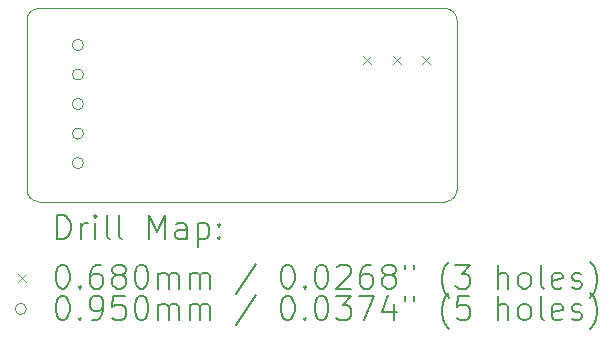
<source format=gbr>
%TF.GenerationSoftware,KiCad,Pcbnew,7.0.6*%
%TF.CreationDate,2023-07-13T14:43:22+02:00*%
%TF.ProjectId,LH_BreakLever_FreeJoy,4c485f42-7265-4616-9b4c-657665725f46,rev?*%
%TF.SameCoordinates,Original*%
%TF.FileFunction,Drillmap*%
%TF.FilePolarity,Positive*%
%FSLAX45Y45*%
G04 Gerber Fmt 4.5, Leading zero omitted, Abs format (unit mm)*
G04 Created by KiCad (PCBNEW 7.0.6) date 2023-07-13 14:43:22*
%MOMM*%
%LPD*%
G01*
G04 APERTURE LIST*
%ADD10C,0.100000*%
%ADD11C,0.200000*%
%ADD12C,0.068000*%
%ADD13C,0.095000*%
G04 APERTURE END LIST*
D10*
X7017000Y-3705000D02*
X3576500Y-3705000D01*
X7117000Y-2170000D02*
G75*
G03*
X7017000Y-2070000I-100000J0D01*
G01*
X3576500Y-2070000D02*
X7017000Y-2070000D01*
X3576500Y-2070000D02*
G75*
G03*
X3476500Y-2170000I0J-100000D01*
G01*
X3476500Y-3605000D02*
G75*
G03*
X3576500Y-3705000I100000J0D01*
G01*
X7117000Y-2170000D02*
X7117000Y-3605000D01*
X7017000Y-3705000D02*
G75*
G03*
X7117000Y-3605000I0J100000D01*
G01*
X3476500Y-2170000D02*
X3476500Y-3605000D01*
D11*
D12*
X6323000Y-2469000D02*
X6391000Y-2537000D01*
X6391000Y-2469000D02*
X6323000Y-2537000D01*
X6573000Y-2469000D02*
X6641000Y-2537000D01*
X6641000Y-2469000D02*
X6573000Y-2537000D01*
X6823000Y-2469000D02*
X6891000Y-2537000D01*
X6891000Y-2469000D02*
X6823000Y-2537000D01*
D13*
X3955500Y-2379000D02*
G75*
G03*
X3955500Y-2379000I-47500J0D01*
G01*
X3955500Y-2629000D02*
G75*
G03*
X3955500Y-2629000I-47500J0D01*
G01*
X3955500Y-2879000D02*
G75*
G03*
X3955500Y-2879000I-47500J0D01*
G01*
X3955500Y-3129000D02*
G75*
G03*
X3955500Y-3129000I-47500J0D01*
G01*
X3955500Y-3379000D02*
G75*
G03*
X3955500Y-3379000I-47500J0D01*
G01*
D11*
X3732277Y-4021484D02*
X3732277Y-3821484D01*
X3732277Y-3821484D02*
X3779896Y-3821484D01*
X3779896Y-3821484D02*
X3808467Y-3831008D01*
X3808467Y-3831008D02*
X3827515Y-3850055D01*
X3827515Y-3850055D02*
X3837039Y-3869103D01*
X3837039Y-3869103D02*
X3846562Y-3907198D01*
X3846562Y-3907198D02*
X3846562Y-3935769D01*
X3846562Y-3935769D02*
X3837039Y-3973865D01*
X3837039Y-3973865D02*
X3827515Y-3992912D01*
X3827515Y-3992912D02*
X3808467Y-4011960D01*
X3808467Y-4011960D02*
X3779896Y-4021484D01*
X3779896Y-4021484D02*
X3732277Y-4021484D01*
X3932277Y-4021484D02*
X3932277Y-3888150D01*
X3932277Y-3926246D02*
X3941801Y-3907198D01*
X3941801Y-3907198D02*
X3951324Y-3897674D01*
X3951324Y-3897674D02*
X3970372Y-3888150D01*
X3970372Y-3888150D02*
X3989420Y-3888150D01*
X4056086Y-4021484D02*
X4056086Y-3888150D01*
X4056086Y-3821484D02*
X4046562Y-3831008D01*
X4046562Y-3831008D02*
X4056086Y-3840531D01*
X4056086Y-3840531D02*
X4065610Y-3831008D01*
X4065610Y-3831008D02*
X4056086Y-3821484D01*
X4056086Y-3821484D02*
X4056086Y-3840531D01*
X4179896Y-4021484D02*
X4160848Y-4011960D01*
X4160848Y-4011960D02*
X4151324Y-3992912D01*
X4151324Y-3992912D02*
X4151324Y-3821484D01*
X4284658Y-4021484D02*
X4265610Y-4011960D01*
X4265610Y-4011960D02*
X4256086Y-3992912D01*
X4256086Y-3992912D02*
X4256086Y-3821484D01*
X4513229Y-4021484D02*
X4513229Y-3821484D01*
X4513229Y-3821484D02*
X4579896Y-3964341D01*
X4579896Y-3964341D02*
X4646563Y-3821484D01*
X4646563Y-3821484D02*
X4646563Y-4021484D01*
X4827515Y-4021484D02*
X4827515Y-3916722D01*
X4827515Y-3916722D02*
X4817991Y-3897674D01*
X4817991Y-3897674D02*
X4798944Y-3888150D01*
X4798944Y-3888150D02*
X4760848Y-3888150D01*
X4760848Y-3888150D02*
X4741801Y-3897674D01*
X4827515Y-4011960D02*
X4808467Y-4021484D01*
X4808467Y-4021484D02*
X4760848Y-4021484D01*
X4760848Y-4021484D02*
X4741801Y-4011960D01*
X4741801Y-4011960D02*
X4732277Y-3992912D01*
X4732277Y-3992912D02*
X4732277Y-3973865D01*
X4732277Y-3973865D02*
X4741801Y-3954817D01*
X4741801Y-3954817D02*
X4760848Y-3945293D01*
X4760848Y-3945293D02*
X4808467Y-3945293D01*
X4808467Y-3945293D02*
X4827515Y-3935769D01*
X4922753Y-3888150D02*
X4922753Y-4088150D01*
X4922753Y-3897674D02*
X4941801Y-3888150D01*
X4941801Y-3888150D02*
X4979896Y-3888150D01*
X4979896Y-3888150D02*
X4998944Y-3897674D01*
X4998944Y-3897674D02*
X5008467Y-3907198D01*
X5008467Y-3907198D02*
X5017991Y-3926246D01*
X5017991Y-3926246D02*
X5017991Y-3983388D01*
X5017991Y-3983388D02*
X5008467Y-4002436D01*
X5008467Y-4002436D02*
X4998944Y-4011960D01*
X4998944Y-4011960D02*
X4979896Y-4021484D01*
X4979896Y-4021484D02*
X4941801Y-4021484D01*
X4941801Y-4021484D02*
X4922753Y-4011960D01*
X5103705Y-4002436D02*
X5113229Y-4011960D01*
X5113229Y-4011960D02*
X5103705Y-4021484D01*
X5103705Y-4021484D02*
X5094182Y-4011960D01*
X5094182Y-4011960D02*
X5103705Y-4002436D01*
X5103705Y-4002436D02*
X5103705Y-4021484D01*
X5103705Y-3897674D02*
X5113229Y-3907198D01*
X5113229Y-3907198D02*
X5103705Y-3916722D01*
X5103705Y-3916722D02*
X5094182Y-3907198D01*
X5094182Y-3907198D02*
X5103705Y-3897674D01*
X5103705Y-3897674D02*
X5103705Y-3916722D01*
D12*
X3403500Y-4316000D02*
X3471500Y-4384000D01*
X3471500Y-4316000D02*
X3403500Y-4384000D01*
D11*
X3770372Y-4241484D02*
X3789420Y-4241484D01*
X3789420Y-4241484D02*
X3808467Y-4251008D01*
X3808467Y-4251008D02*
X3817991Y-4260531D01*
X3817991Y-4260531D02*
X3827515Y-4279579D01*
X3827515Y-4279579D02*
X3837039Y-4317674D01*
X3837039Y-4317674D02*
X3837039Y-4365293D01*
X3837039Y-4365293D02*
X3827515Y-4403389D01*
X3827515Y-4403389D02*
X3817991Y-4422436D01*
X3817991Y-4422436D02*
X3808467Y-4431960D01*
X3808467Y-4431960D02*
X3789420Y-4441484D01*
X3789420Y-4441484D02*
X3770372Y-4441484D01*
X3770372Y-4441484D02*
X3751324Y-4431960D01*
X3751324Y-4431960D02*
X3741801Y-4422436D01*
X3741801Y-4422436D02*
X3732277Y-4403389D01*
X3732277Y-4403389D02*
X3722753Y-4365293D01*
X3722753Y-4365293D02*
X3722753Y-4317674D01*
X3722753Y-4317674D02*
X3732277Y-4279579D01*
X3732277Y-4279579D02*
X3741801Y-4260531D01*
X3741801Y-4260531D02*
X3751324Y-4251008D01*
X3751324Y-4251008D02*
X3770372Y-4241484D01*
X3922753Y-4422436D02*
X3932277Y-4431960D01*
X3932277Y-4431960D02*
X3922753Y-4441484D01*
X3922753Y-4441484D02*
X3913229Y-4431960D01*
X3913229Y-4431960D02*
X3922753Y-4422436D01*
X3922753Y-4422436D02*
X3922753Y-4441484D01*
X4103705Y-4241484D02*
X4065610Y-4241484D01*
X4065610Y-4241484D02*
X4046562Y-4251008D01*
X4046562Y-4251008D02*
X4037039Y-4260531D01*
X4037039Y-4260531D02*
X4017991Y-4289103D01*
X4017991Y-4289103D02*
X4008467Y-4327198D01*
X4008467Y-4327198D02*
X4008467Y-4403389D01*
X4008467Y-4403389D02*
X4017991Y-4422436D01*
X4017991Y-4422436D02*
X4027515Y-4431960D01*
X4027515Y-4431960D02*
X4046562Y-4441484D01*
X4046562Y-4441484D02*
X4084658Y-4441484D01*
X4084658Y-4441484D02*
X4103705Y-4431960D01*
X4103705Y-4431960D02*
X4113229Y-4422436D01*
X4113229Y-4422436D02*
X4122753Y-4403389D01*
X4122753Y-4403389D02*
X4122753Y-4355770D01*
X4122753Y-4355770D02*
X4113229Y-4336722D01*
X4113229Y-4336722D02*
X4103705Y-4327198D01*
X4103705Y-4327198D02*
X4084658Y-4317674D01*
X4084658Y-4317674D02*
X4046562Y-4317674D01*
X4046562Y-4317674D02*
X4027515Y-4327198D01*
X4027515Y-4327198D02*
X4017991Y-4336722D01*
X4017991Y-4336722D02*
X4008467Y-4355770D01*
X4237039Y-4327198D02*
X4217991Y-4317674D01*
X4217991Y-4317674D02*
X4208467Y-4308150D01*
X4208467Y-4308150D02*
X4198944Y-4289103D01*
X4198944Y-4289103D02*
X4198944Y-4279579D01*
X4198944Y-4279579D02*
X4208467Y-4260531D01*
X4208467Y-4260531D02*
X4217991Y-4251008D01*
X4217991Y-4251008D02*
X4237039Y-4241484D01*
X4237039Y-4241484D02*
X4275134Y-4241484D01*
X4275134Y-4241484D02*
X4294182Y-4251008D01*
X4294182Y-4251008D02*
X4303705Y-4260531D01*
X4303705Y-4260531D02*
X4313229Y-4279579D01*
X4313229Y-4279579D02*
X4313229Y-4289103D01*
X4313229Y-4289103D02*
X4303705Y-4308150D01*
X4303705Y-4308150D02*
X4294182Y-4317674D01*
X4294182Y-4317674D02*
X4275134Y-4327198D01*
X4275134Y-4327198D02*
X4237039Y-4327198D01*
X4237039Y-4327198D02*
X4217991Y-4336722D01*
X4217991Y-4336722D02*
X4208467Y-4346246D01*
X4208467Y-4346246D02*
X4198944Y-4365293D01*
X4198944Y-4365293D02*
X4198944Y-4403389D01*
X4198944Y-4403389D02*
X4208467Y-4422436D01*
X4208467Y-4422436D02*
X4217991Y-4431960D01*
X4217991Y-4431960D02*
X4237039Y-4441484D01*
X4237039Y-4441484D02*
X4275134Y-4441484D01*
X4275134Y-4441484D02*
X4294182Y-4431960D01*
X4294182Y-4431960D02*
X4303705Y-4422436D01*
X4303705Y-4422436D02*
X4313229Y-4403389D01*
X4313229Y-4403389D02*
X4313229Y-4365293D01*
X4313229Y-4365293D02*
X4303705Y-4346246D01*
X4303705Y-4346246D02*
X4294182Y-4336722D01*
X4294182Y-4336722D02*
X4275134Y-4327198D01*
X4437039Y-4241484D02*
X4456086Y-4241484D01*
X4456086Y-4241484D02*
X4475134Y-4251008D01*
X4475134Y-4251008D02*
X4484658Y-4260531D01*
X4484658Y-4260531D02*
X4494182Y-4279579D01*
X4494182Y-4279579D02*
X4503705Y-4317674D01*
X4503705Y-4317674D02*
X4503705Y-4365293D01*
X4503705Y-4365293D02*
X4494182Y-4403389D01*
X4494182Y-4403389D02*
X4484658Y-4422436D01*
X4484658Y-4422436D02*
X4475134Y-4431960D01*
X4475134Y-4431960D02*
X4456086Y-4441484D01*
X4456086Y-4441484D02*
X4437039Y-4441484D01*
X4437039Y-4441484D02*
X4417991Y-4431960D01*
X4417991Y-4431960D02*
X4408467Y-4422436D01*
X4408467Y-4422436D02*
X4398944Y-4403389D01*
X4398944Y-4403389D02*
X4389420Y-4365293D01*
X4389420Y-4365293D02*
X4389420Y-4317674D01*
X4389420Y-4317674D02*
X4398944Y-4279579D01*
X4398944Y-4279579D02*
X4408467Y-4260531D01*
X4408467Y-4260531D02*
X4417991Y-4251008D01*
X4417991Y-4251008D02*
X4437039Y-4241484D01*
X4589420Y-4441484D02*
X4589420Y-4308150D01*
X4589420Y-4327198D02*
X4598944Y-4317674D01*
X4598944Y-4317674D02*
X4617991Y-4308150D01*
X4617991Y-4308150D02*
X4646563Y-4308150D01*
X4646563Y-4308150D02*
X4665610Y-4317674D01*
X4665610Y-4317674D02*
X4675134Y-4336722D01*
X4675134Y-4336722D02*
X4675134Y-4441484D01*
X4675134Y-4336722D02*
X4684658Y-4317674D01*
X4684658Y-4317674D02*
X4703705Y-4308150D01*
X4703705Y-4308150D02*
X4732277Y-4308150D01*
X4732277Y-4308150D02*
X4751325Y-4317674D01*
X4751325Y-4317674D02*
X4760848Y-4336722D01*
X4760848Y-4336722D02*
X4760848Y-4441484D01*
X4856086Y-4441484D02*
X4856086Y-4308150D01*
X4856086Y-4327198D02*
X4865610Y-4317674D01*
X4865610Y-4317674D02*
X4884658Y-4308150D01*
X4884658Y-4308150D02*
X4913229Y-4308150D01*
X4913229Y-4308150D02*
X4932277Y-4317674D01*
X4932277Y-4317674D02*
X4941801Y-4336722D01*
X4941801Y-4336722D02*
X4941801Y-4441484D01*
X4941801Y-4336722D02*
X4951325Y-4317674D01*
X4951325Y-4317674D02*
X4970372Y-4308150D01*
X4970372Y-4308150D02*
X4998944Y-4308150D01*
X4998944Y-4308150D02*
X5017991Y-4317674D01*
X5017991Y-4317674D02*
X5027515Y-4336722D01*
X5027515Y-4336722D02*
X5027515Y-4441484D01*
X5417991Y-4231960D02*
X5246563Y-4489103D01*
X5675134Y-4241484D02*
X5694182Y-4241484D01*
X5694182Y-4241484D02*
X5713229Y-4251008D01*
X5713229Y-4251008D02*
X5722753Y-4260531D01*
X5722753Y-4260531D02*
X5732277Y-4279579D01*
X5732277Y-4279579D02*
X5741801Y-4317674D01*
X5741801Y-4317674D02*
X5741801Y-4365293D01*
X5741801Y-4365293D02*
X5732277Y-4403389D01*
X5732277Y-4403389D02*
X5722753Y-4422436D01*
X5722753Y-4422436D02*
X5713229Y-4431960D01*
X5713229Y-4431960D02*
X5694182Y-4441484D01*
X5694182Y-4441484D02*
X5675134Y-4441484D01*
X5675134Y-4441484D02*
X5656086Y-4431960D01*
X5656086Y-4431960D02*
X5646563Y-4422436D01*
X5646563Y-4422436D02*
X5637039Y-4403389D01*
X5637039Y-4403389D02*
X5627515Y-4365293D01*
X5627515Y-4365293D02*
X5627515Y-4317674D01*
X5627515Y-4317674D02*
X5637039Y-4279579D01*
X5637039Y-4279579D02*
X5646563Y-4260531D01*
X5646563Y-4260531D02*
X5656086Y-4251008D01*
X5656086Y-4251008D02*
X5675134Y-4241484D01*
X5827515Y-4422436D02*
X5837039Y-4431960D01*
X5837039Y-4431960D02*
X5827515Y-4441484D01*
X5827515Y-4441484D02*
X5817991Y-4431960D01*
X5817991Y-4431960D02*
X5827515Y-4422436D01*
X5827515Y-4422436D02*
X5827515Y-4441484D01*
X5960848Y-4241484D02*
X5979896Y-4241484D01*
X5979896Y-4241484D02*
X5998944Y-4251008D01*
X5998944Y-4251008D02*
X6008467Y-4260531D01*
X6008467Y-4260531D02*
X6017991Y-4279579D01*
X6017991Y-4279579D02*
X6027515Y-4317674D01*
X6027515Y-4317674D02*
X6027515Y-4365293D01*
X6027515Y-4365293D02*
X6017991Y-4403389D01*
X6017991Y-4403389D02*
X6008467Y-4422436D01*
X6008467Y-4422436D02*
X5998944Y-4431960D01*
X5998944Y-4431960D02*
X5979896Y-4441484D01*
X5979896Y-4441484D02*
X5960848Y-4441484D01*
X5960848Y-4441484D02*
X5941801Y-4431960D01*
X5941801Y-4431960D02*
X5932277Y-4422436D01*
X5932277Y-4422436D02*
X5922753Y-4403389D01*
X5922753Y-4403389D02*
X5913229Y-4365293D01*
X5913229Y-4365293D02*
X5913229Y-4317674D01*
X5913229Y-4317674D02*
X5922753Y-4279579D01*
X5922753Y-4279579D02*
X5932277Y-4260531D01*
X5932277Y-4260531D02*
X5941801Y-4251008D01*
X5941801Y-4251008D02*
X5960848Y-4241484D01*
X6103706Y-4260531D02*
X6113229Y-4251008D01*
X6113229Y-4251008D02*
X6132277Y-4241484D01*
X6132277Y-4241484D02*
X6179896Y-4241484D01*
X6179896Y-4241484D02*
X6198944Y-4251008D01*
X6198944Y-4251008D02*
X6208467Y-4260531D01*
X6208467Y-4260531D02*
X6217991Y-4279579D01*
X6217991Y-4279579D02*
X6217991Y-4298627D01*
X6217991Y-4298627D02*
X6208467Y-4327198D01*
X6208467Y-4327198D02*
X6094182Y-4441484D01*
X6094182Y-4441484D02*
X6217991Y-4441484D01*
X6389420Y-4241484D02*
X6351325Y-4241484D01*
X6351325Y-4241484D02*
X6332277Y-4251008D01*
X6332277Y-4251008D02*
X6322753Y-4260531D01*
X6322753Y-4260531D02*
X6303706Y-4289103D01*
X6303706Y-4289103D02*
X6294182Y-4327198D01*
X6294182Y-4327198D02*
X6294182Y-4403389D01*
X6294182Y-4403389D02*
X6303706Y-4422436D01*
X6303706Y-4422436D02*
X6313229Y-4431960D01*
X6313229Y-4431960D02*
X6332277Y-4441484D01*
X6332277Y-4441484D02*
X6370372Y-4441484D01*
X6370372Y-4441484D02*
X6389420Y-4431960D01*
X6389420Y-4431960D02*
X6398944Y-4422436D01*
X6398944Y-4422436D02*
X6408467Y-4403389D01*
X6408467Y-4403389D02*
X6408467Y-4355770D01*
X6408467Y-4355770D02*
X6398944Y-4336722D01*
X6398944Y-4336722D02*
X6389420Y-4327198D01*
X6389420Y-4327198D02*
X6370372Y-4317674D01*
X6370372Y-4317674D02*
X6332277Y-4317674D01*
X6332277Y-4317674D02*
X6313229Y-4327198D01*
X6313229Y-4327198D02*
X6303706Y-4336722D01*
X6303706Y-4336722D02*
X6294182Y-4355770D01*
X6522753Y-4327198D02*
X6503706Y-4317674D01*
X6503706Y-4317674D02*
X6494182Y-4308150D01*
X6494182Y-4308150D02*
X6484658Y-4289103D01*
X6484658Y-4289103D02*
X6484658Y-4279579D01*
X6484658Y-4279579D02*
X6494182Y-4260531D01*
X6494182Y-4260531D02*
X6503706Y-4251008D01*
X6503706Y-4251008D02*
X6522753Y-4241484D01*
X6522753Y-4241484D02*
X6560848Y-4241484D01*
X6560848Y-4241484D02*
X6579896Y-4251008D01*
X6579896Y-4251008D02*
X6589420Y-4260531D01*
X6589420Y-4260531D02*
X6598944Y-4279579D01*
X6598944Y-4279579D02*
X6598944Y-4289103D01*
X6598944Y-4289103D02*
X6589420Y-4308150D01*
X6589420Y-4308150D02*
X6579896Y-4317674D01*
X6579896Y-4317674D02*
X6560848Y-4327198D01*
X6560848Y-4327198D02*
X6522753Y-4327198D01*
X6522753Y-4327198D02*
X6503706Y-4336722D01*
X6503706Y-4336722D02*
X6494182Y-4346246D01*
X6494182Y-4346246D02*
X6484658Y-4365293D01*
X6484658Y-4365293D02*
X6484658Y-4403389D01*
X6484658Y-4403389D02*
X6494182Y-4422436D01*
X6494182Y-4422436D02*
X6503706Y-4431960D01*
X6503706Y-4431960D02*
X6522753Y-4441484D01*
X6522753Y-4441484D02*
X6560848Y-4441484D01*
X6560848Y-4441484D02*
X6579896Y-4431960D01*
X6579896Y-4431960D02*
X6589420Y-4422436D01*
X6589420Y-4422436D02*
X6598944Y-4403389D01*
X6598944Y-4403389D02*
X6598944Y-4365293D01*
X6598944Y-4365293D02*
X6589420Y-4346246D01*
X6589420Y-4346246D02*
X6579896Y-4336722D01*
X6579896Y-4336722D02*
X6560848Y-4327198D01*
X6675134Y-4241484D02*
X6675134Y-4279579D01*
X6751325Y-4241484D02*
X6751325Y-4279579D01*
X7046563Y-4517674D02*
X7037039Y-4508150D01*
X7037039Y-4508150D02*
X7017991Y-4479579D01*
X7017991Y-4479579D02*
X7008468Y-4460531D01*
X7008468Y-4460531D02*
X6998944Y-4431960D01*
X6998944Y-4431960D02*
X6989420Y-4384341D01*
X6989420Y-4384341D02*
X6989420Y-4346246D01*
X6989420Y-4346246D02*
X6998944Y-4298627D01*
X6998944Y-4298627D02*
X7008468Y-4270055D01*
X7008468Y-4270055D02*
X7017991Y-4251008D01*
X7017991Y-4251008D02*
X7037039Y-4222436D01*
X7037039Y-4222436D02*
X7046563Y-4212912D01*
X7103706Y-4241484D02*
X7227515Y-4241484D01*
X7227515Y-4241484D02*
X7160848Y-4317674D01*
X7160848Y-4317674D02*
X7189420Y-4317674D01*
X7189420Y-4317674D02*
X7208468Y-4327198D01*
X7208468Y-4327198D02*
X7217991Y-4336722D01*
X7217991Y-4336722D02*
X7227515Y-4355770D01*
X7227515Y-4355770D02*
X7227515Y-4403389D01*
X7227515Y-4403389D02*
X7217991Y-4422436D01*
X7217991Y-4422436D02*
X7208468Y-4431960D01*
X7208468Y-4431960D02*
X7189420Y-4441484D01*
X7189420Y-4441484D02*
X7132277Y-4441484D01*
X7132277Y-4441484D02*
X7113229Y-4431960D01*
X7113229Y-4431960D02*
X7103706Y-4422436D01*
X7465610Y-4441484D02*
X7465610Y-4241484D01*
X7551325Y-4441484D02*
X7551325Y-4336722D01*
X7551325Y-4336722D02*
X7541801Y-4317674D01*
X7541801Y-4317674D02*
X7522753Y-4308150D01*
X7522753Y-4308150D02*
X7494182Y-4308150D01*
X7494182Y-4308150D02*
X7475134Y-4317674D01*
X7475134Y-4317674D02*
X7465610Y-4327198D01*
X7675134Y-4441484D02*
X7656087Y-4431960D01*
X7656087Y-4431960D02*
X7646563Y-4422436D01*
X7646563Y-4422436D02*
X7637039Y-4403389D01*
X7637039Y-4403389D02*
X7637039Y-4346246D01*
X7637039Y-4346246D02*
X7646563Y-4327198D01*
X7646563Y-4327198D02*
X7656087Y-4317674D01*
X7656087Y-4317674D02*
X7675134Y-4308150D01*
X7675134Y-4308150D02*
X7703706Y-4308150D01*
X7703706Y-4308150D02*
X7722753Y-4317674D01*
X7722753Y-4317674D02*
X7732277Y-4327198D01*
X7732277Y-4327198D02*
X7741801Y-4346246D01*
X7741801Y-4346246D02*
X7741801Y-4403389D01*
X7741801Y-4403389D02*
X7732277Y-4422436D01*
X7732277Y-4422436D02*
X7722753Y-4431960D01*
X7722753Y-4431960D02*
X7703706Y-4441484D01*
X7703706Y-4441484D02*
X7675134Y-4441484D01*
X7856087Y-4441484D02*
X7837039Y-4431960D01*
X7837039Y-4431960D02*
X7827515Y-4412912D01*
X7827515Y-4412912D02*
X7827515Y-4241484D01*
X8008468Y-4431960D02*
X7989420Y-4441484D01*
X7989420Y-4441484D02*
X7951325Y-4441484D01*
X7951325Y-4441484D02*
X7932277Y-4431960D01*
X7932277Y-4431960D02*
X7922753Y-4412912D01*
X7922753Y-4412912D02*
X7922753Y-4336722D01*
X7922753Y-4336722D02*
X7932277Y-4317674D01*
X7932277Y-4317674D02*
X7951325Y-4308150D01*
X7951325Y-4308150D02*
X7989420Y-4308150D01*
X7989420Y-4308150D02*
X8008468Y-4317674D01*
X8008468Y-4317674D02*
X8017991Y-4336722D01*
X8017991Y-4336722D02*
X8017991Y-4355770D01*
X8017991Y-4355770D02*
X7922753Y-4374817D01*
X8094182Y-4431960D02*
X8113230Y-4441484D01*
X8113230Y-4441484D02*
X8151325Y-4441484D01*
X8151325Y-4441484D02*
X8170372Y-4431960D01*
X8170372Y-4431960D02*
X8179896Y-4412912D01*
X8179896Y-4412912D02*
X8179896Y-4403389D01*
X8179896Y-4403389D02*
X8170372Y-4384341D01*
X8170372Y-4384341D02*
X8151325Y-4374817D01*
X8151325Y-4374817D02*
X8122753Y-4374817D01*
X8122753Y-4374817D02*
X8103706Y-4365293D01*
X8103706Y-4365293D02*
X8094182Y-4346246D01*
X8094182Y-4346246D02*
X8094182Y-4336722D01*
X8094182Y-4336722D02*
X8103706Y-4317674D01*
X8103706Y-4317674D02*
X8122753Y-4308150D01*
X8122753Y-4308150D02*
X8151325Y-4308150D01*
X8151325Y-4308150D02*
X8170372Y-4317674D01*
X8246563Y-4517674D02*
X8256087Y-4508150D01*
X8256087Y-4508150D02*
X8275134Y-4479579D01*
X8275134Y-4479579D02*
X8284658Y-4460531D01*
X8284658Y-4460531D02*
X8294182Y-4431960D01*
X8294182Y-4431960D02*
X8303706Y-4384341D01*
X8303706Y-4384341D02*
X8303706Y-4346246D01*
X8303706Y-4346246D02*
X8294182Y-4298627D01*
X8294182Y-4298627D02*
X8284658Y-4270055D01*
X8284658Y-4270055D02*
X8275134Y-4251008D01*
X8275134Y-4251008D02*
X8256087Y-4222436D01*
X8256087Y-4222436D02*
X8246563Y-4212912D01*
D13*
X3471500Y-4614000D02*
G75*
G03*
X3471500Y-4614000I-47500J0D01*
G01*
D11*
X3770372Y-4505484D02*
X3789420Y-4505484D01*
X3789420Y-4505484D02*
X3808467Y-4515008D01*
X3808467Y-4515008D02*
X3817991Y-4524531D01*
X3817991Y-4524531D02*
X3827515Y-4543579D01*
X3827515Y-4543579D02*
X3837039Y-4581674D01*
X3837039Y-4581674D02*
X3837039Y-4629293D01*
X3837039Y-4629293D02*
X3827515Y-4667389D01*
X3827515Y-4667389D02*
X3817991Y-4686436D01*
X3817991Y-4686436D02*
X3808467Y-4695960D01*
X3808467Y-4695960D02*
X3789420Y-4705484D01*
X3789420Y-4705484D02*
X3770372Y-4705484D01*
X3770372Y-4705484D02*
X3751324Y-4695960D01*
X3751324Y-4695960D02*
X3741801Y-4686436D01*
X3741801Y-4686436D02*
X3732277Y-4667389D01*
X3732277Y-4667389D02*
X3722753Y-4629293D01*
X3722753Y-4629293D02*
X3722753Y-4581674D01*
X3722753Y-4581674D02*
X3732277Y-4543579D01*
X3732277Y-4543579D02*
X3741801Y-4524531D01*
X3741801Y-4524531D02*
X3751324Y-4515008D01*
X3751324Y-4515008D02*
X3770372Y-4505484D01*
X3922753Y-4686436D02*
X3932277Y-4695960D01*
X3932277Y-4695960D02*
X3922753Y-4705484D01*
X3922753Y-4705484D02*
X3913229Y-4695960D01*
X3913229Y-4695960D02*
X3922753Y-4686436D01*
X3922753Y-4686436D02*
X3922753Y-4705484D01*
X4027515Y-4705484D02*
X4065610Y-4705484D01*
X4065610Y-4705484D02*
X4084658Y-4695960D01*
X4084658Y-4695960D02*
X4094182Y-4686436D01*
X4094182Y-4686436D02*
X4113229Y-4657865D01*
X4113229Y-4657865D02*
X4122753Y-4619770D01*
X4122753Y-4619770D02*
X4122753Y-4543579D01*
X4122753Y-4543579D02*
X4113229Y-4524531D01*
X4113229Y-4524531D02*
X4103705Y-4515008D01*
X4103705Y-4515008D02*
X4084658Y-4505484D01*
X4084658Y-4505484D02*
X4046562Y-4505484D01*
X4046562Y-4505484D02*
X4027515Y-4515008D01*
X4027515Y-4515008D02*
X4017991Y-4524531D01*
X4017991Y-4524531D02*
X4008467Y-4543579D01*
X4008467Y-4543579D02*
X4008467Y-4591198D01*
X4008467Y-4591198D02*
X4017991Y-4610246D01*
X4017991Y-4610246D02*
X4027515Y-4619770D01*
X4027515Y-4619770D02*
X4046562Y-4629293D01*
X4046562Y-4629293D02*
X4084658Y-4629293D01*
X4084658Y-4629293D02*
X4103705Y-4619770D01*
X4103705Y-4619770D02*
X4113229Y-4610246D01*
X4113229Y-4610246D02*
X4122753Y-4591198D01*
X4303705Y-4505484D02*
X4208467Y-4505484D01*
X4208467Y-4505484D02*
X4198944Y-4600722D01*
X4198944Y-4600722D02*
X4208467Y-4591198D01*
X4208467Y-4591198D02*
X4227515Y-4581674D01*
X4227515Y-4581674D02*
X4275134Y-4581674D01*
X4275134Y-4581674D02*
X4294182Y-4591198D01*
X4294182Y-4591198D02*
X4303705Y-4600722D01*
X4303705Y-4600722D02*
X4313229Y-4619770D01*
X4313229Y-4619770D02*
X4313229Y-4667389D01*
X4313229Y-4667389D02*
X4303705Y-4686436D01*
X4303705Y-4686436D02*
X4294182Y-4695960D01*
X4294182Y-4695960D02*
X4275134Y-4705484D01*
X4275134Y-4705484D02*
X4227515Y-4705484D01*
X4227515Y-4705484D02*
X4208467Y-4695960D01*
X4208467Y-4695960D02*
X4198944Y-4686436D01*
X4437039Y-4505484D02*
X4456086Y-4505484D01*
X4456086Y-4505484D02*
X4475134Y-4515008D01*
X4475134Y-4515008D02*
X4484658Y-4524531D01*
X4484658Y-4524531D02*
X4494182Y-4543579D01*
X4494182Y-4543579D02*
X4503705Y-4581674D01*
X4503705Y-4581674D02*
X4503705Y-4629293D01*
X4503705Y-4629293D02*
X4494182Y-4667389D01*
X4494182Y-4667389D02*
X4484658Y-4686436D01*
X4484658Y-4686436D02*
X4475134Y-4695960D01*
X4475134Y-4695960D02*
X4456086Y-4705484D01*
X4456086Y-4705484D02*
X4437039Y-4705484D01*
X4437039Y-4705484D02*
X4417991Y-4695960D01*
X4417991Y-4695960D02*
X4408467Y-4686436D01*
X4408467Y-4686436D02*
X4398944Y-4667389D01*
X4398944Y-4667389D02*
X4389420Y-4629293D01*
X4389420Y-4629293D02*
X4389420Y-4581674D01*
X4389420Y-4581674D02*
X4398944Y-4543579D01*
X4398944Y-4543579D02*
X4408467Y-4524531D01*
X4408467Y-4524531D02*
X4417991Y-4515008D01*
X4417991Y-4515008D02*
X4437039Y-4505484D01*
X4589420Y-4705484D02*
X4589420Y-4572150D01*
X4589420Y-4591198D02*
X4598944Y-4581674D01*
X4598944Y-4581674D02*
X4617991Y-4572150D01*
X4617991Y-4572150D02*
X4646563Y-4572150D01*
X4646563Y-4572150D02*
X4665610Y-4581674D01*
X4665610Y-4581674D02*
X4675134Y-4600722D01*
X4675134Y-4600722D02*
X4675134Y-4705484D01*
X4675134Y-4600722D02*
X4684658Y-4581674D01*
X4684658Y-4581674D02*
X4703705Y-4572150D01*
X4703705Y-4572150D02*
X4732277Y-4572150D01*
X4732277Y-4572150D02*
X4751325Y-4581674D01*
X4751325Y-4581674D02*
X4760848Y-4600722D01*
X4760848Y-4600722D02*
X4760848Y-4705484D01*
X4856086Y-4705484D02*
X4856086Y-4572150D01*
X4856086Y-4591198D02*
X4865610Y-4581674D01*
X4865610Y-4581674D02*
X4884658Y-4572150D01*
X4884658Y-4572150D02*
X4913229Y-4572150D01*
X4913229Y-4572150D02*
X4932277Y-4581674D01*
X4932277Y-4581674D02*
X4941801Y-4600722D01*
X4941801Y-4600722D02*
X4941801Y-4705484D01*
X4941801Y-4600722D02*
X4951325Y-4581674D01*
X4951325Y-4581674D02*
X4970372Y-4572150D01*
X4970372Y-4572150D02*
X4998944Y-4572150D01*
X4998944Y-4572150D02*
X5017991Y-4581674D01*
X5017991Y-4581674D02*
X5027515Y-4600722D01*
X5027515Y-4600722D02*
X5027515Y-4705484D01*
X5417991Y-4495960D02*
X5246563Y-4753103D01*
X5675134Y-4505484D02*
X5694182Y-4505484D01*
X5694182Y-4505484D02*
X5713229Y-4515008D01*
X5713229Y-4515008D02*
X5722753Y-4524531D01*
X5722753Y-4524531D02*
X5732277Y-4543579D01*
X5732277Y-4543579D02*
X5741801Y-4581674D01*
X5741801Y-4581674D02*
X5741801Y-4629293D01*
X5741801Y-4629293D02*
X5732277Y-4667389D01*
X5732277Y-4667389D02*
X5722753Y-4686436D01*
X5722753Y-4686436D02*
X5713229Y-4695960D01*
X5713229Y-4695960D02*
X5694182Y-4705484D01*
X5694182Y-4705484D02*
X5675134Y-4705484D01*
X5675134Y-4705484D02*
X5656086Y-4695960D01*
X5656086Y-4695960D02*
X5646563Y-4686436D01*
X5646563Y-4686436D02*
X5637039Y-4667389D01*
X5637039Y-4667389D02*
X5627515Y-4629293D01*
X5627515Y-4629293D02*
X5627515Y-4581674D01*
X5627515Y-4581674D02*
X5637039Y-4543579D01*
X5637039Y-4543579D02*
X5646563Y-4524531D01*
X5646563Y-4524531D02*
X5656086Y-4515008D01*
X5656086Y-4515008D02*
X5675134Y-4505484D01*
X5827515Y-4686436D02*
X5837039Y-4695960D01*
X5837039Y-4695960D02*
X5827515Y-4705484D01*
X5827515Y-4705484D02*
X5817991Y-4695960D01*
X5817991Y-4695960D02*
X5827515Y-4686436D01*
X5827515Y-4686436D02*
X5827515Y-4705484D01*
X5960848Y-4505484D02*
X5979896Y-4505484D01*
X5979896Y-4505484D02*
X5998944Y-4515008D01*
X5998944Y-4515008D02*
X6008467Y-4524531D01*
X6008467Y-4524531D02*
X6017991Y-4543579D01*
X6017991Y-4543579D02*
X6027515Y-4581674D01*
X6027515Y-4581674D02*
X6027515Y-4629293D01*
X6027515Y-4629293D02*
X6017991Y-4667389D01*
X6017991Y-4667389D02*
X6008467Y-4686436D01*
X6008467Y-4686436D02*
X5998944Y-4695960D01*
X5998944Y-4695960D02*
X5979896Y-4705484D01*
X5979896Y-4705484D02*
X5960848Y-4705484D01*
X5960848Y-4705484D02*
X5941801Y-4695960D01*
X5941801Y-4695960D02*
X5932277Y-4686436D01*
X5932277Y-4686436D02*
X5922753Y-4667389D01*
X5922753Y-4667389D02*
X5913229Y-4629293D01*
X5913229Y-4629293D02*
X5913229Y-4581674D01*
X5913229Y-4581674D02*
X5922753Y-4543579D01*
X5922753Y-4543579D02*
X5932277Y-4524531D01*
X5932277Y-4524531D02*
X5941801Y-4515008D01*
X5941801Y-4515008D02*
X5960848Y-4505484D01*
X6094182Y-4505484D02*
X6217991Y-4505484D01*
X6217991Y-4505484D02*
X6151325Y-4581674D01*
X6151325Y-4581674D02*
X6179896Y-4581674D01*
X6179896Y-4581674D02*
X6198944Y-4591198D01*
X6198944Y-4591198D02*
X6208467Y-4600722D01*
X6208467Y-4600722D02*
X6217991Y-4619770D01*
X6217991Y-4619770D02*
X6217991Y-4667389D01*
X6217991Y-4667389D02*
X6208467Y-4686436D01*
X6208467Y-4686436D02*
X6198944Y-4695960D01*
X6198944Y-4695960D02*
X6179896Y-4705484D01*
X6179896Y-4705484D02*
X6122753Y-4705484D01*
X6122753Y-4705484D02*
X6103706Y-4695960D01*
X6103706Y-4695960D02*
X6094182Y-4686436D01*
X6284658Y-4505484D02*
X6417991Y-4505484D01*
X6417991Y-4505484D02*
X6332277Y-4705484D01*
X6579896Y-4572150D02*
X6579896Y-4705484D01*
X6532277Y-4495960D02*
X6484658Y-4638817D01*
X6484658Y-4638817D02*
X6608467Y-4638817D01*
X6675134Y-4505484D02*
X6675134Y-4543579D01*
X6751325Y-4505484D02*
X6751325Y-4543579D01*
X7046563Y-4781674D02*
X7037039Y-4772150D01*
X7037039Y-4772150D02*
X7017991Y-4743579D01*
X7017991Y-4743579D02*
X7008468Y-4724531D01*
X7008468Y-4724531D02*
X6998944Y-4695960D01*
X6998944Y-4695960D02*
X6989420Y-4648341D01*
X6989420Y-4648341D02*
X6989420Y-4610246D01*
X6989420Y-4610246D02*
X6998944Y-4562627D01*
X6998944Y-4562627D02*
X7008468Y-4534055D01*
X7008468Y-4534055D02*
X7017991Y-4515008D01*
X7017991Y-4515008D02*
X7037039Y-4486436D01*
X7037039Y-4486436D02*
X7046563Y-4476912D01*
X7217991Y-4505484D02*
X7122753Y-4505484D01*
X7122753Y-4505484D02*
X7113229Y-4600722D01*
X7113229Y-4600722D02*
X7122753Y-4591198D01*
X7122753Y-4591198D02*
X7141801Y-4581674D01*
X7141801Y-4581674D02*
X7189420Y-4581674D01*
X7189420Y-4581674D02*
X7208468Y-4591198D01*
X7208468Y-4591198D02*
X7217991Y-4600722D01*
X7217991Y-4600722D02*
X7227515Y-4619770D01*
X7227515Y-4619770D02*
X7227515Y-4667389D01*
X7227515Y-4667389D02*
X7217991Y-4686436D01*
X7217991Y-4686436D02*
X7208468Y-4695960D01*
X7208468Y-4695960D02*
X7189420Y-4705484D01*
X7189420Y-4705484D02*
X7141801Y-4705484D01*
X7141801Y-4705484D02*
X7122753Y-4695960D01*
X7122753Y-4695960D02*
X7113229Y-4686436D01*
X7465610Y-4705484D02*
X7465610Y-4505484D01*
X7551325Y-4705484D02*
X7551325Y-4600722D01*
X7551325Y-4600722D02*
X7541801Y-4581674D01*
X7541801Y-4581674D02*
X7522753Y-4572150D01*
X7522753Y-4572150D02*
X7494182Y-4572150D01*
X7494182Y-4572150D02*
X7475134Y-4581674D01*
X7475134Y-4581674D02*
X7465610Y-4591198D01*
X7675134Y-4705484D02*
X7656087Y-4695960D01*
X7656087Y-4695960D02*
X7646563Y-4686436D01*
X7646563Y-4686436D02*
X7637039Y-4667389D01*
X7637039Y-4667389D02*
X7637039Y-4610246D01*
X7637039Y-4610246D02*
X7646563Y-4591198D01*
X7646563Y-4591198D02*
X7656087Y-4581674D01*
X7656087Y-4581674D02*
X7675134Y-4572150D01*
X7675134Y-4572150D02*
X7703706Y-4572150D01*
X7703706Y-4572150D02*
X7722753Y-4581674D01*
X7722753Y-4581674D02*
X7732277Y-4591198D01*
X7732277Y-4591198D02*
X7741801Y-4610246D01*
X7741801Y-4610246D02*
X7741801Y-4667389D01*
X7741801Y-4667389D02*
X7732277Y-4686436D01*
X7732277Y-4686436D02*
X7722753Y-4695960D01*
X7722753Y-4695960D02*
X7703706Y-4705484D01*
X7703706Y-4705484D02*
X7675134Y-4705484D01*
X7856087Y-4705484D02*
X7837039Y-4695960D01*
X7837039Y-4695960D02*
X7827515Y-4676912D01*
X7827515Y-4676912D02*
X7827515Y-4505484D01*
X8008468Y-4695960D02*
X7989420Y-4705484D01*
X7989420Y-4705484D02*
X7951325Y-4705484D01*
X7951325Y-4705484D02*
X7932277Y-4695960D01*
X7932277Y-4695960D02*
X7922753Y-4676912D01*
X7922753Y-4676912D02*
X7922753Y-4600722D01*
X7922753Y-4600722D02*
X7932277Y-4581674D01*
X7932277Y-4581674D02*
X7951325Y-4572150D01*
X7951325Y-4572150D02*
X7989420Y-4572150D01*
X7989420Y-4572150D02*
X8008468Y-4581674D01*
X8008468Y-4581674D02*
X8017991Y-4600722D01*
X8017991Y-4600722D02*
X8017991Y-4619770D01*
X8017991Y-4619770D02*
X7922753Y-4638817D01*
X8094182Y-4695960D02*
X8113230Y-4705484D01*
X8113230Y-4705484D02*
X8151325Y-4705484D01*
X8151325Y-4705484D02*
X8170372Y-4695960D01*
X8170372Y-4695960D02*
X8179896Y-4676912D01*
X8179896Y-4676912D02*
X8179896Y-4667389D01*
X8179896Y-4667389D02*
X8170372Y-4648341D01*
X8170372Y-4648341D02*
X8151325Y-4638817D01*
X8151325Y-4638817D02*
X8122753Y-4638817D01*
X8122753Y-4638817D02*
X8103706Y-4629293D01*
X8103706Y-4629293D02*
X8094182Y-4610246D01*
X8094182Y-4610246D02*
X8094182Y-4600722D01*
X8094182Y-4600722D02*
X8103706Y-4581674D01*
X8103706Y-4581674D02*
X8122753Y-4572150D01*
X8122753Y-4572150D02*
X8151325Y-4572150D01*
X8151325Y-4572150D02*
X8170372Y-4581674D01*
X8246563Y-4781674D02*
X8256087Y-4772150D01*
X8256087Y-4772150D02*
X8275134Y-4743579D01*
X8275134Y-4743579D02*
X8284658Y-4724531D01*
X8284658Y-4724531D02*
X8294182Y-4695960D01*
X8294182Y-4695960D02*
X8303706Y-4648341D01*
X8303706Y-4648341D02*
X8303706Y-4610246D01*
X8303706Y-4610246D02*
X8294182Y-4562627D01*
X8294182Y-4562627D02*
X8284658Y-4534055D01*
X8284658Y-4534055D02*
X8275134Y-4515008D01*
X8275134Y-4515008D02*
X8256087Y-4486436D01*
X8256087Y-4486436D02*
X8246563Y-4476912D01*
M02*

</source>
